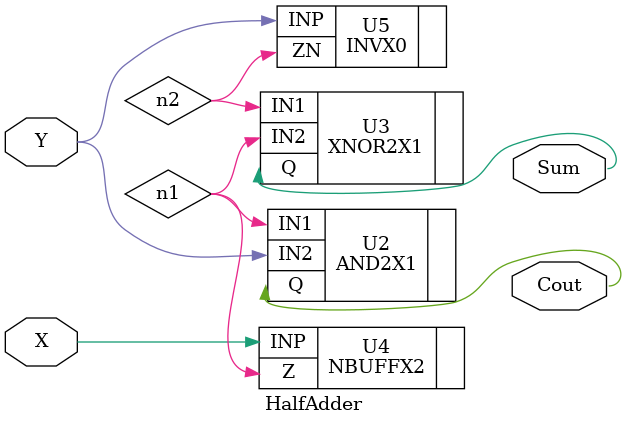
<source format=v>

module HalfAdder ( X, Y, Cout, Sum );
  input X, Y;
  output Cout, Sum;
  wire   n1, n2;

  AND2X1 U2 ( .IN1(n1), .IN2(Y), .Q(Cout) );
  XNOR2X1 U3 ( .IN1(n2), .IN2(n1), .Q(Sum) );
  NBUFFX2 U4 ( .INP(X), .Z(n1) );
  INVX0 U5 ( .INP(Y), .ZN(n2) );
endmodule


</source>
